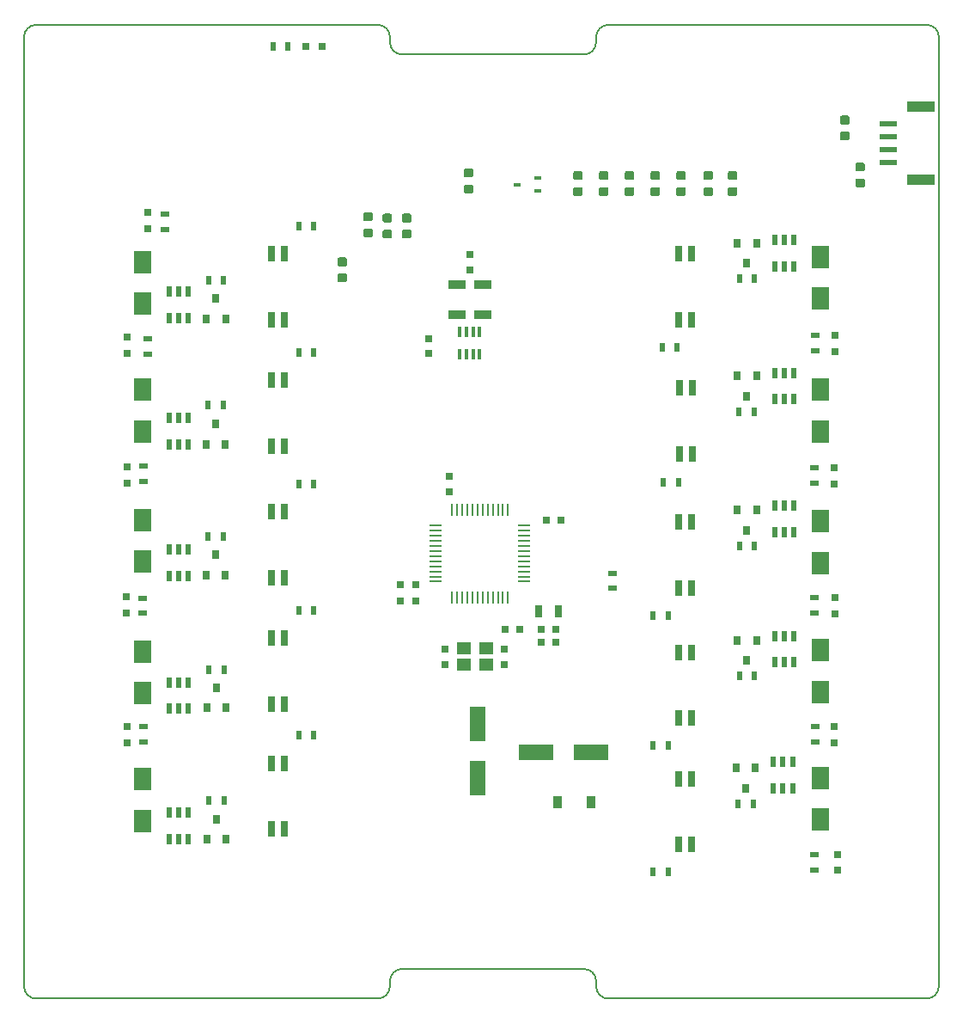
<source format=gbr>
%TF.GenerationSoftware,KiCad,Pcbnew,5.0.1*%
%TF.CreationDate,2019-04-07T10:09:51+02:00*%
%TF.ProjectId,OIBUS_MOSFET_driver_module,4F494255535F4D4F534645545F647269,rev?*%
%TF.SameCoordinates,Original*%
%TF.FileFunction,Paste,Top*%
%TF.FilePolarity,Positive*%
%FSLAX46Y46*%
G04 Gerber Fmt 4.6, Leading zero omitted, Abs format (unit mm)*
G04 Created by KiCad (PCBNEW 5.0.1) date Sun 07 Apr 2019 10:09:51 AM CEST*
%MOMM*%
%LPD*%
G01*
G04 APERTURE LIST*
%ADD10C,0.200000*%
%ADD11R,0.750000X0.800000*%
%ADD12R,1.400000X1.200000*%
%ADD13R,1.700000X2.250000*%
%ADD14R,3.500000X1.600000*%
%ADD15R,1.600000X3.500000*%
%ADD16R,0.800000X0.750000*%
%ADD17R,0.700000X0.450000*%
%ADD18R,0.900000X1.200000*%
%ADD19R,0.900000X0.500000*%
%ADD20R,0.700000X1.300000*%
%ADD21R,0.800000X0.800000*%
%ADD22R,0.500000X0.900000*%
%ADD23R,1.700000X0.900000*%
%ADD24R,0.550000X1.050000*%
%ADD25R,0.400000X1.060000*%
%ADD26R,0.250000X1.300000*%
%ADD27R,1.300000X0.250000*%
%ADD28C,0.150000*%
%ADD29C,0.875000*%
%ADD30R,0.650000X1.650000*%
%ADD31R,0.800000X0.900000*%
%ADD32R,2.800000X1.000000*%
%ADD33R,1.800000X0.600000*%
G04 APERTURE END LIST*
D10*
X138557000Y-44248000D02*
X138557000Y-137737999D01*
X138557000Y-137737999D02*
G75*
G02X137357000Y-138937999I-1200000J0D01*
G01*
X48387000Y-137738000D02*
X48387000Y-79629000D01*
X49587000Y-138938000D02*
G75*
G02X48387000Y-137738000I0J1200000D01*
G01*
X83257000Y-138937999D02*
X49587000Y-138938000D01*
X84457000Y-137737999D02*
G75*
G02X83257000Y-138937999I-1200000J0D01*
G01*
X84457000Y-137217999D02*
X84457000Y-137737999D01*
X84457000Y-137217999D02*
G75*
G02X85657000Y-136017999I1200000J0D01*
G01*
X103577000Y-136017999D02*
X85657000Y-136017999D01*
X105977000Y-138937999D02*
G75*
G02X104777000Y-137737999I0J1200000D01*
G01*
X137357000Y-138937999D02*
X105977000Y-138937999D01*
X103577000Y-136017999D02*
G75*
G02X104777000Y-137217999I0J-1200000D01*
G01*
X104777000Y-137737999D02*
X104777000Y-137217999D01*
X137357000Y-43048000D02*
G75*
G02X138557000Y-44248000I0J-1200000D01*
G01*
X105977000Y-43048000D02*
X137357000Y-43048000D01*
X104777000Y-44248000D02*
G75*
G02X105977000Y-43048000I1200000J0D01*
G01*
X104777000Y-44768035D02*
X104777000Y-44248000D01*
X104777000Y-44768035D02*
G75*
G02X103577000Y-45968035I-1200000J0D01*
G01*
X85657000Y-45968032D02*
X103577000Y-45968035D01*
X85657000Y-45968032D02*
G75*
G02X84457001Y-44768032I1J1200000D01*
G01*
X84457000Y-44248030D02*
X84457001Y-44768032D01*
X83257001Y-43048030D02*
G75*
G02X84457000Y-44248030I-1J-1200000D01*
G01*
X49587001Y-43048001D02*
X83257001Y-43048030D01*
X48387000Y-44248001D02*
G75*
G02X49587001Y-43048001I1200000J0D01*
G01*
X48386999Y-79658000D02*
X48387000Y-44248001D01*
D11*
X89916000Y-106033000D03*
X89916000Y-104533000D03*
D12*
X91737000Y-104483000D03*
X93937000Y-104483000D03*
X93937000Y-106083000D03*
X91737000Y-106083000D03*
D13*
X60071000Y-70503000D03*
X60071000Y-66403000D03*
D14*
X98900000Y-114681000D03*
X104300000Y-114681000D03*
D15*
X93091000Y-117254000D03*
X93091000Y-111854000D03*
D11*
X92329000Y-65671000D03*
X92329000Y-67171000D03*
X88265000Y-73926000D03*
X88265000Y-75426000D03*
X95758000Y-104533000D03*
X95758000Y-106033000D03*
D16*
X95770000Y-102616000D03*
X97270000Y-102616000D03*
X85483000Y-99822000D03*
X86983000Y-99822000D03*
D11*
X90297000Y-87515000D03*
X90297000Y-89015000D03*
D16*
X86983000Y-98171000D03*
X85483000Y-98171000D03*
X101334000Y-91821000D03*
X99834000Y-91821000D03*
X100826000Y-102539800D03*
X99326000Y-102539800D03*
X99326000Y-103886000D03*
X100826000Y-103886000D03*
D13*
X126873000Y-104630000D03*
X126873000Y-108730000D03*
X126873000Y-121303000D03*
X126873000Y-117203000D03*
X126873000Y-69995000D03*
X126873000Y-65895000D03*
X126873000Y-96030000D03*
X126873000Y-91930000D03*
X60071000Y-91803000D03*
X60071000Y-95903000D03*
X60071000Y-121430000D03*
X60071000Y-117330000D03*
X60071000Y-108857000D03*
X60071000Y-104757000D03*
D17*
X97018600Y-58775600D03*
X99018600Y-58125600D03*
X99018600Y-59425600D03*
D18*
X100966000Y-119634000D03*
X104266000Y-119634000D03*
D13*
X126873000Y-78976000D03*
X126873000Y-83076000D03*
X60071000Y-78976000D03*
X60071000Y-83076000D03*
D19*
X106426000Y-97040000D03*
X106426000Y-98540000D03*
D20*
X99126000Y-100838000D03*
X101026000Y-100838000D03*
D21*
X128270000Y-112128400D03*
X128270000Y-113728400D03*
X128574800Y-126326800D03*
X128574800Y-124726800D03*
X128320800Y-75196600D03*
X128320800Y-73596600D03*
X128295400Y-101053800D03*
X128295400Y-99453800D03*
X60604400Y-61557000D03*
X60604400Y-63157000D03*
X58572400Y-86601400D03*
X58572400Y-88201400D03*
X58547000Y-113728400D03*
X58547000Y-112128400D03*
X58470800Y-101003000D03*
X58470800Y-99403000D03*
X76162000Y-45212000D03*
X77762000Y-45212000D03*
X128270000Y-86677600D03*
X128270000Y-88277600D03*
X58521600Y-75425200D03*
X58521600Y-73825200D03*
D19*
X126339600Y-112153000D03*
X126339600Y-113653000D03*
D22*
X118884000Y-107188000D03*
X120384000Y-107188000D03*
D19*
X126288800Y-126302200D03*
X126288800Y-124802200D03*
D22*
X120257000Y-119761000D03*
X118757000Y-119761000D03*
D19*
X126415800Y-73646600D03*
X126415800Y-75146600D03*
D22*
X118884000Y-68072000D03*
X120384000Y-68072000D03*
D19*
X126263400Y-100978400D03*
X126263400Y-99478400D03*
D22*
X120384000Y-94361000D03*
X118884000Y-94361000D03*
D19*
X62280800Y-61683200D03*
X62280800Y-63183200D03*
D22*
X68060000Y-68199000D03*
X66560000Y-68199000D03*
D19*
X60198000Y-86524400D03*
X60198000Y-88024400D03*
D22*
X66540238Y-93452488D03*
X68040238Y-93452488D03*
D19*
X60198000Y-113653000D03*
X60198000Y-112153000D03*
D22*
X68122620Y-119456583D03*
X66622620Y-119456583D03*
D19*
X60121800Y-99503800D03*
X60121800Y-101003800D03*
D22*
X66598866Y-106530810D03*
X68098866Y-106530810D03*
X111875000Y-114046000D03*
X110375000Y-114046000D03*
X111875000Y-126492000D03*
X110375000Y-126492000D03*
X112764000Y-74803000D03*
X111264000Y-74803000D03*
X110375000Y-101219000D03*
X111875000Y-101219000D03*
X75450000Y-62865000D03*
X76950000Y-62865000D03*
X76950000Y-88265000D03*
X75450000Y-88265000D03*
X76950000Y-113030000D03*
X75450000Y-113030000D03*
X75450000Y-100711000D03*
X76950000Y-100711000D03*
D23*
X91059000Y-68654000D03*
X91059000Y-71554000D03*
X93599000Y-68654000D03*
X93599000Y-71554000D03*
D22*
X72910000Y-45212000D03*
X74410000Y-45212000D03*
D19*
X126288800Y-86702200D03*
X126288800Y-88202200D03*
X60553600Y-75476800D03*
X60553600Y-73976800D03*
D22*
X118872000Y-81153000D03*
X120372000Y-81153000D03*
X68037985Y-80439617D03*
X66537985Y-80439617D03*
X111391000Y-88138000D03*
X112891000Y-88138000D03*
X75450000Y-75311000D03*
X76950000Y-75311000D03*
D24*
X124267000Y-105821000D03*
X123317000Y-105821000D03*
X122367000Y-105821000D03*
X122367000Y-103221000D03*
X123317000Y-103221000D03*
X124267000Y-103221000D03*
X124140000Y-115637000D03*
X123190000Y-115637000D03*
X122240000Y-115637000D03*
X122240000Y-118237000D03*
X123190000Y-118237000D03*
X124140000Y-118237000D03*
X124267000Y-64232000D03*
X123317000Y-64232000D03*
X122367000Y-64232000D03*
X122367000Y-66832000D03*
X123317000Y-66832000D03*
X124267000Y-66832000D03*
X124267000Y-92994000D03*
X123317000Y-92994000D03*
X122367000Y-92994000D03*
X122367000Y-90394000D03*
X123317000Y-90394000D03*
X124267000Y-90394000D03*
X62677000Y-69312000D03*
X63627000Y-69312000D03*
X64577000Y-69312000D03*
X64577000Y-71912000D03*
X63627000Y-71912000D03*
X62677000Y-71912000D03*
X62677000Y-97312000D03*
X63627000Y-97312000D03*
X64577000Y-97312000D03*
X64577000Y-94712000D03*
X63627000Y-94712000D03*
X62677000Y-94712000D03*
X62677000Y-123220000D03*
X63627000Y-123220000D03*
X64577000Y-123220000D03*
X64577000Y-120620000D03*
X63627000Y-120620000D03*
X62677000Y-120620000D03*
X62677000Y-107793000D03*
X63627000Y-107793000D03*
X64577000Y-107793000D03*
X64577000Y-110393000D03*
X63627000Y-110393000D03*
X62677000Y-110393000D03*
X124267000Y-77313000D03*
X123317000Y-77313000D03*
X122367000Y-77313000D03*
X122367000Y-79913000D03*
X123317000Y-79913000D03*
X124267000Y-79913000D03*
X62677000Y-81758000D03*
X63627000Y-81758000D03*
X64577000Y-81758000D03*
X64577000Y-84358000D03*
X63627000Y-84358000D03*
X62677000Y-84358000D03*
D25*
X91349000Y-73322000D03*
X91999000Y-73322000D03*
X92659000Y-73322000D03*
X93309000Y-73322000D03*
X93309000Y-75522000D03*
X92659000Y-75522000D03*
X91999000Y-75522000D03*
X91349000Y-75522000D03*
D26*
X90595000Y-99473000D03*
X91095000Y-99473000D03*
X91595000Y-99473000D03*
X92095000Y-99473000D03*
X92595000Y-99473000D03*
X93095000Y-99473000D03*
X93595000Y-99473000D03*
X94095000Y-99473000D03*
X94595000Y-99473000D03*
X95095000Y-99473000D03*
X95595000Y-99473000D03*
X96095000Y-99473000D03*
D27*
X97695000Y-97873000D03*
X97695000Y-97373000D03*
X97695000Y-96873000D03*
X97695000Y-96373000D03*
X97695000Y-95873000D03*
X97695000Y-95373000D03*
X97695000Y-94873000D03*
X97695000Y-94373000D03*
X97695000Y-93873000D03*
X97695000Y-93373000D03*
X97695000Y-92873000D03*
X97695000Y-92373000D03*
D26*
X96095000Y-90773000D03*
X95595000Y-90773000D03*
X95095000Y-90773000D03*
X94595000Y-90773000D03*
X94095000Y-90773000D03*
X93595000Y-90773000D03*
X93095000Y-90773000D03*
X92595000Y-90773000D03*
X92095000Y-90773000D03*
X91595000Y-90773000D03*
X91095000Y-90773000D03*
X90595000Y-90773000D03*
D27*
X88995000Y-92373000D03*
X88995000Y-92873000D03*
X88995000Y-93373000D03*
X88995000Y-93873000D03*
X88995000Y-94373000D03*
X88995000Y-94873000D03*
X88995000Y-95373000D03*
X88995000Y-95873000D03*
X88995000Y-96373000D03*
X88995000Y-96873000D03*
X88995000Y-97373000D03*
X88995000Y-97873000D03*
D28*
G36*
X129563691Y-53564053D02*
X129584926Y-53567203D01*
X129605750Y-53572419D01*
X129625962Y-53579651D01*
X129645368Y-53588830D01*
X129663781Y-53599866D01*
X129681024Y-53612654D01*
X129696930Y-53627070D01*
X129711346Y-53642976D01*
X129724134Y-53660219D01*
X129735170Y-53678632D01*
X129744349Y-53698038D01*
X129751581Y-53718250D01*
X129756797Y-53739074D01*
X129759947Y-53760309D01*
X129761000Y-53781750D01*
X129761000Y-54219250D01*
X129759947Y-54240691D01*
X129756797Y-54261926D01*
X129751581Y-54282750D01*
X129744349Y-54302962D01*
X129735170Y-54322368D01*
X129724134Y-54340781D01*
X129711346Y-54358024D01*
X129696930Y-54373930D01*
X129681024Y-54388346D01*
X129663781Y-54401134D01*
X129645368Y-54412170D01*
X129625962Y-54421349D01*
X129605750Y-54428581D01*
X129584926Y-54433797D01*
X129563691Y-54436947D01*
X129542250Y-54438000D01*
X129029750Y-54438000D01*
X129008309Y-54436947D01*
X128987074Y-54433797D01*
X128966250Y-54428581D01*
X128946038Y-54421349D01*
X128926632Y-54412170D01*
X128908219Y-54401134D01*
X128890976Y-54388346D01*
X128875070Y-54373930D01*
X128860654Y-54358024D01*
X128847866Y-54340781D01*
X128836830Y-54322368D01*
X128827651Y-54302962D01*
X128820419Y-54282750D01*
X128815203Y-54261926D01*
X128812053Y-54240691D01*
X128811000Y-54219250D01*
X128811000Y-53781750D01*
X128812053Y-53760309D01*
X128815203Y-53739074D01*
X128820419Y-53718250D01*
X128827651Y-53698038D01*
X128836830Y-53678632D01*
X128847866Y-53660219D01*
X128860654Y-53642976D01*
X128875070Y-53627070D01*
X128890976Y-53612654D01*
X128908219Y-53599866D01*
X128926632Y-53588830D01*
X128946038Y-53579651D01*
X128966250Y-53572419D01*
X128987074Y-53567203D01*
X129008309Y-53564053D01*
X129029750Y-53563000D01*
X129542250Y-53563000D01*
X129563691Y-53564053D01*
X129563691Y-53564053D01*
G37*
D29*
X129286000Y-54000500D03*
D28*
G36*
X129563691Y-51989053D02*
X129584926Y-51992203D01*
X129605750Y-51997419D01*
X129625962Y-52004651D01*
X129645368Y-52013830D01*
X129663781Y-52024866D01*
X129681024Y-52037654D01*
X129696930Y-52052070D01*
X129711346Y-52067976D01*
X129724134Y-52085219D01*
X129735170Y-52103632D01*
X129744349Y-52123038D01*
X129751581Y-52143250D01*
X129756797Y-52164074D01*
X129759947Y-52185309D01*
X129761000Y-52206750D01*
X129761000Y-52644250D01*
X129759947Y-52665691D01*
X129756797Y-52686926D01*
X129751581Y-52707750D01*
X129744349Y-52727962D01*
X129735170Y-52747368D01*
X129724134Y-52765781D01*
X129711346Y-52783024D01*
X129696930Y-52798930D01*
X129681024Y-52813346D01*
X129663781Y-52826134D01*
X129645368Y-52837170D01*
X129625962Y-52846349D01*
X129605750Y-52853581D01*
X129584926Y-52858797D01*
X129563691Y-52861947D01*
X129542250Y-52863000D01*
X129029750Y-52863000D01*
X129008309Y-52861947D01*
X128987074Y-52858797D01*
X128966250Y-52853581D01*
X128946038Y-52846349D01*
X128926632Y-52837170D01*
X128908219Y-52826134D01*
X128890976Y-52813346D01*
X128875070Y-52798930D01*
X128860654Y-52783024D01*
X128847866Y-52765781D01*
X128836830Y-52747368D01*
X128827651Y-52727962D01*
X128820419Y-52707750D01*
X128815203Y-52686926D01*
X128812053Y-52665691D01*
X128811000Y-52644250D01*
X128811000Y-52206750D01*
X128812053Y-52185309D01*
X128815203Y-52164074D01*
X128820419Y-52143250D01*
X128827651Y-52123038D01*
X128836830Y-52103632D01*
X128847866Y-52085219D01*
X128860654Y-52067976D01*
X128875070Y-52052070D01*
X128890976Y-52037654D01*
X128908219Y-52024866D01*
X128926632Y-52013830D01*
X128946038Y-52004651D01*
X128966250Y-51997419D01*
X128987074Y-51992203D01*
X129008309Y-51989053D01*
X129029750Y-51988000D01*
X129542250Y-51988000D01*
X129563691Y-51989053D01*
X129563691Y-51989053D01*
G37*
D29*
X129286000Y-52425500D03*
D28*
G36*
X82573691Y-61514053D02*
X82594926Y-61517203D01*
X82615750Y-61522419D01*
X82635962Y-61529651D01*
X82655368Y-61538830D01*
X82673781Y-61549866D01*
X82691024Y-61562654D01*
X82706930Y-61577070D01*
X82721346Y-61592976D01*
X82734134Y-61610219D01*
X82745170Y-61628632D01*
X82754349Y-61648038D01*
X82761581Y-61668250D01*
X82766797Y-61689074D01*
X82769947Y-61710309D01*
X82771000Y-61731750D01*
X82771000Y-62169250D01*
X82769947Y-62190691D01*
X82766797Y-62211926D01*
X82761581Y-62232750D01*
X82754349Y-62252962D01*
X82745170Y-62272368D01*
X82734134Y-62290781D01*
X82721346Y-62308024D01*
X82706930Y-62323930D01*
X82691024Y-62338346D01*
X82673781Y-62351134D01*
X82655368Y-62362170D01*
X82635962Y-62371349D01*
X82615750Y-62378581D01*
X82594926Y-62383797D01*
X82573691Y-62386947D01*
X82552250Y-62388000D01*
X82039750Y-62388000D01*
X82018309Y-62386947D01*
X81997074Y-62383797D01*
X81976250Y-62378581D01*
X81956038Y-62371349D01*
X81936632Y-62362170D01*
X81918219Y-62351134D01*
X81900976Y-62338346D01*
X81885070Y-62323930D01*
X81870654Y-62308024D01*
X81857866Y-62290781D01*
X81846830Y-62272368D01*
X81837651Y-62252962D01*
X81830419Y-62232750D01*
X81825203Y-62211926D01*
X81822053Y-62190691D01*
X81821000Y-62169250D01*
X81821000Y-61731750D01*
X81822053Y-61710309D01*
X81825203Y-61689074D01*
X81830419Y-61668250D01*
X81837651Y-61648038D01*
X81846830Y-61628632D01*
X81857866Y-61610219D01*
X81870654Y-61592976D01*
X81885070Y-61577070D01*
X81900976Y-61562654D01*
X81918219Y-61549866D01*
X81936632Y-61538830D01*
X81956038Y-61529651D01*
X81976250Y-61522419D01*
X81997074Y-61517203D01*
X82018309Y-61514053D01*
X82039750Y-61513000D01*
X82552250Y-61513000D01*
X82573691Y-61514053D01*
X82573691Y-61514053D01*
G37*
D29*
X82296000Y-61950500D03*
D28*
G36*
X82573691Y-63089053D02*
X82594926Y-63092203D01*
X82615750Y-63097419D01*
X82635962Y-63104651D01*
X82655368Y-63113830D01*
X82673781Y-63124866D01*
X82691024Y-63137654D01*
X82706930Y-63152070D01*
X82721346Y-63167976D01*
X82734134Y-63185219D01*
X82745170Y-63203632D01*
X82754349Y-63223038D01*
X82761581Y-63243250D01*
X82766797Y-63264074D01*
X82769947Y-63285309D01*
X82771000Y-63306750D01*
X82771000Y-63744250D01*
X82769947Y-63765691D01*
X82766797Y-63786926D01*
X82761581Y-63807750D01*
X82754349Y-63827962D01*
X82745170Y-63847368D01*
X82734134Y-63865781D01*
X82721346Y-63883024D01*
X82706930Y-63898930D01*
X82691024Y-63913346D01*
X82673781Y-63926134D01*
X82655368Y-63937170D01*
X82635962Y-63946349D01*
X82615750Y-63953581D01*
X82594926Y-63958797D01*
X82573691Y-63961947D01*
X82552250Y-63963000D01*
X82039750Y-63963000D01*
X82018309Y-63961947D01*
X81997074Y-63958797D01*
X81976250Y-63953581D01*
X81956038Y-63946349D01*
X81936632Y-63937170D01*
X81918219Y-63926134D01*
X81900976Y-63913346D01*
X81885070Y-63898930D01*
X81870654Y-63883024D01*
X81857866Y-63865781D01*
X81846830Y-63847368D01*
X81837651Y-63827962D01*
X81830419Y-63807750D01*
X81825203Y-63786926D01*
X81822053Y-63765691D01*
X81821000Y-63744250D01*
X81821000Y-63306750D01*
X81822053Y-63285309D01*
X81825203Y-63264074D01*
X81830419Y-63243250D01*
X81837651Y-63223038D01*
X81846830Y-63203632D01*
X81857866Y-63185219D01*
X81870654Y-63167976D01*
X81885070Y-63152070D01*
X81900976Y-63137654D01*
X81918219Y-63124866D01*
X81936632Y-63113830D01*
X81956038Y-63104651D01*
X81976250Y-63097419D01*
X81997074Y-63092203D01*
X82018309Y-63089053D01*
X82039750Y-63088000D01*
X82552250Y-63088000D01*
X82573691Y-63089053D01*
X82573691Y-63089053D01*
G37*
D29*
X82296000Y-63525500D03*
D28*
G36*
X80033691Y-67534053D02*
X80054926Y-67537203D01*
X80075750Y-67542419D01*
X80095962Y-67549651D01*
X80115368Y-67558830D01*
X80133781Y-67569866D01*
X80151024Y-67582654D01*
X80166930Y-67597070D01*
X80181346Y-67612976D01*
X80194134Y-67630219D01*
X80205170Y-67648632D01*
X80214349Y-67668038D01*
X80221581Y-67688250D01*
X80226797Y-67709074D01*
X80229947Y-67730309D01*
X80231000Y-67751750D01*
X80231000Y-68189250D01*
X80229947Y-68210691D01*
X80226797Y-68231926D01*
X80221581Y-68252750D01*
X80214349Y-68272962D01*
X80205170Y-68292368D01*
X80194134Y-68310781D01*
X80181346Y-68328024D01*
X80166930Y-68343930D01*
X80151024Y-68358346D01*
X80133781Y-68371134D01*
X80115368Y-68382170D01*
X80095962Y-68391349D01*
X80075750Y-68398581D01*
X80054926Y-68403797D01*
X80033691Y-68406947D01*
X80012250Y-68408000D01*
X79499750Y-68408000D01*
X79478309Y-68406947D01*
X79457074Y-68403797D01*
X79436250Y-68398581D01*
X79416038Y-68391349D01*
X79396632Y-68382170D01*
X79378219Y-68371134D01*
X79360976Y-68358346D01*
X79345070Y-68343930D01*
X79330654Y-68328024D01*
X79317866Y-68310781D01*
X79306830Y-68292368D01*
X79297651Y-68272962D01*
X79290419Y-68252750D01*
X79285203Y-68231926D01*
X79282053Y-68210691D01*
X79281000Y-68189250D01*
X79281000Y-67751750D01*
X79282053Y-67730309D01*
X79285203Y-67709074D01*
X79290419Y-67688250D01*
X79297651Y-67668038D01*
X79306830Y-67648632D01*
X79317866Y-67630219D01*
X79330654Y-67612976D01*
X79345070Y-67597070D01*
X79360976Y-67582654D01*
X79378219Y-67569866D01*
X79396632Y-67558830D01*
X79416038Y-67549651D01*
X79436250Y-67542419D01*
X79457074Y-67537203D01*
X79478309Y-67534053D01*
X79499750Y-67533000D01*
X80012250Y-67533000D01*
X80033691Y-67534053D01*
X80033691Y-67534053D01*
G37*
D29*
X79756000Y-67970500D03*
D28*
G36*
X80033691Y-65959053D02*
X80054926Y-65962203D01*
X80075750Y-65967419D01*
X80095962Y-65974651D01*
X80115368Y-65983830D01*
X80133781Y-65994866D01*
X80151024Y-66007654D01*
X80166930Y-66022070D01*
X80181346Y-66037976D01*
X80194134Y-66055219D01*
X80205170Y-66073632D01*
X80214349Y-66093038D01*
X80221581Y-66113250D01*
X80226797Y-66134074D01*
X80229947Y-66155309D01*
X80231000Y-66176750D01*
X80231000Y-66614250D01*
X80229947Y-66635691D01*
X80226797Y-66656926D01*
X80221581Y-66677750D01*
X80214349Y-66697962D01*
X80205170Y-66717368D01*
X80194134Y-66735781D01*
X80181346Y-66753024D01*
X80166930Y-66768930D01*
X80151024Y-66783346D01*
X80133781Y-66796134D01*
X80115368Y-66807170D01*
X80095962Y-66816349D01*
X80075750Y-66823581D01*
X80054926Y-66828797D01*
X80033691Y-66831947D01*
X80012250Y-66833000D01*
X79499750Y-66833000D01*
X79478309Y-66831947D01*
X79457074Y-66828797D01*
X79436250Y-66823581D01*
X79416038Y-66816349D01*
X79396632Y-66807170D01*
X79378219Y-66796134D01*
X79360976Y-66783346D01*
X79345070Y-66768930D01*
X79330654Y-66753024D01*
X79317866Y-66735781D01*
X79306830Y-66717368D01*
X79297651Y-66697962D01*
X79290419Y-66677750D01*
X79285203Y-66656926D01*
X79282053Y-66635691D01*
X79281000Y-66614250D01*
X79281000Y-66176750D01*
X79282053Y-66155309D01*
X79285203Y-66134074D01*
X79290419Y-66113250D01*
X79297651Y-66093038D01*
X79306830Y-66073632D01*
X79317866Y-66055219D01*
X79330654Y-66037976D01*
X79345070Y-66022070D01*
X79360976Y-66007654D01*
X79378219Y-65994866D01*
X79396632Y-65983830D01*
X79416038Y-65974651D01*
X79436250Y-65967419D01*
X79457074Y-65962203D01*
X79478309Y-65959053D01*
X79499750Y-65958000D01*
X80012250Y-65958000D01*
X80033691Y-65959053D01*
X80033691Y-65959053D01*
G37*
D29*
X79756000Y-66395500D03*
D28*
G36*
X84478691Y-61641053D02*
X84499926Y-61644203D01*
X84520750Y-61649419D01*
X84540962Y-61656651D01*
X84560368Y-61665830D01*
X84578781Y-61676866D01*
X84596024Y-61689654D01*
X84611930Y-61704070D01*
X84626346Y-61719976D01*
X84639134Y-61737219D01*
X84650170Y-61755632D01*
X84659349Y-61775038D01*
X84666581Y-61795250D01*
X84671797Y-61816074D01*
X84674947Y-61837309D01*
X84676000Y-61858750D01*
X84676000Y-62296250D01*
X84674947Y-62317691D01*
X84671797Y-62338926D01*
X84666581Y-62359750D01*
X84659349Y-62379962D01*
X84650170Y-62399368D01*
X84639134Y-62417781D01*
X84626346Y-62435024D01*
X84611930Y-62450930D01*
X84596024Y-62465346D01*
X84578781Y-62478134D01*
X84560368Y-62489170D01*
X84540962Y-62498349D01*
X84520750Y-62505581D01*
X84499926Y-62510797D01*
X84478691Y-62513947D01*
X84457250Y-62515000D01*
X83944750Y-62515000D01*
X83923309Y-62513947D01*
X83902074Y-62510797D01*
X83881250Y-62505581D01*
X83861038Y-62498349D01*
X83841632Y-62489170D01*
X83823219Y-62478134D01*
X83805976Y-62465346D01*
X83790070Y-62450930D01*
X83775654Y-62435024D01*
X83762866Y-62417781D01*
X83751830Y-62399368D01*
X83742651Y-62379962D01*
X83735419Y-62359750D01*
X83730203Y-62338926D01*
X83727053Y-62317691D01*
X83726000Y-62296250D01*
X83726000Y-61858750D01*
X83727053Y-61837309D01*
X83730203Y-61816074D01*
X83735419Y-61795250D01*
X83742651Y-61775038D01*
X83751830Y-61755632D01*
X83762866Y-61737219D01*
X83775654Y-61719976D01*
X83790070Y-61704070D01*
X83805976Y-61689654D01*
X83823219Y-61676866D01*
X83841632Y-61665830D01*
X83861038Y-61656651D01*
X83881250Y-61649419D01*
X83902074Y-61644203D01*
X83923309Y-61641053D01*
X83944750Y-61640000D01*
X84457250Y-61640000D01*
X84478691Y-61641053D01*
X84478691Y-61641053D01*
G37*
D29*
X84201000Y-62077500D03*
D28*
G36*
X84478691Y-63216053D02*
X84499926Y-63219203D01*
X84520750Y-63224419D01*
X84540962Y-63231651D01*
X84560368Y-63240830D01*
X84578781Y-63251866D01*
X84596024Y-63264654D01*
X84611930Y-63279070D01*
X84626346Y-63294976D01*
X84639134Y-63312219D01*
X84650170Y-63330632D01*
X84659349Y-63350038D01*
X84666581Y-63370250D01*
X84671797Y-63391074D01*
X84674947Y-63412309D01*
X84676000Y-63433750D01*
X84676000Y-63871250D01*
X84674947Y-63892691D01*
X84671797Y-63913926D01*
X84666581Y-63934750D01*
X84659349Y-63954962D01*
X84650170Y-63974368D01*
X84639134Y-63992781D01*
X84626346Y-64010024D01*
X84611930Y-64025930D01*
X84596024Y-64040346D01*
X84578781Y-64053134D01*
X84560368Y-64064170D01*
X84540962Y-64073349D01*
X84520750Y-64080581D01*
X84499926Y-64085797D01*
X84478691Y-64088947D01*
X84457250Y-64090000D01*
X83944750Y-64090000D01*
X83923309Y-64088947D01*
X83902074Y-64085797D01*
X83881250Y-64080581D01*
X83861038Y-64073349D01*
X83841632Y-64064170D01*
X83823219Y-64053134D01*
X83805976Y-64040346D01*
X83790070Y-64025930D01*
X83775654Y-64010024D01*
X83762866Y-63992781D01*
X83751830Y-63974368D01*
X83742651Y-63954962D01*
X83735419Y-63934750D01*
X83730203Y-63913926D01*
X83727053Y-63892691D01*
X83726000Y-63871250D01*
X83726000Y-63433750D01*
X83727053Y-63412309D01*
X83730203Y-63391074D01*
X83735419Y-63370250D01*
X83742651Y-63350038D01*
X83751830Y-63330632D01*
X83762866Y-63312219D01*
X83775654Y-63294976D01*
X83790070Y-63279070D01*
X83805976Y-63264654D01*
X83823219Y-63251866D01*
X83841632Y-63240830D01*
X83861038Y-63231651D01*
X83881250Y-63224419D01*
X83902074Y-63219203D01*
X83923309Y-63216053D01*
X83944750Y-63215000D01*
X84457250Y-63215000D01*
X84478691Y-63216053D01*
X84478691Y-63216053D01*
G37*
D29*
X84201000Y-63652500D03*
D28*
G36*
X86383691Y-63216053D02*
X86404926Y-63219203D01*
X86425750Y-63224419D01*
X86445962Y-63231651D01*
X86465368Y-63240830D01*
X86483781Y-63251866D01*
X86501024Y-63264654D01*
X86516930Y-63279070D01*
X86531346Y-63294976D01*
X86544134Y-63312219D01*
X86555170Y-63330632D01*
X86564349Y-63350038D01*
X86571581Y-63370250D01*
X86576797Y-63391074D01*
X86579947Y-63412309D01*
X86581000Y-63433750D01*
X86581000Y-63871250D01*
X86579947Y-63892691D01*
X86576797Y-63913926D01*
X86571581Y-63934750D01*
X86564349Y-63954962D01*
X86555170Y-63974368D01*
X86544134Y-63992781D01*
X86531346Y-64010024D01*
X86516930Y-64025930D01*
X86501024Y-64040346D01*
X86483781Y-64053134D01*
X86465368Y-64064170D01*
X86445962Y-64073349D01*
X86425750Y-64080581D01*
X86404926Y-64085797D01*
X86383691Y-64088947D01*
X86362250Y-64090000D01*
X85849750Y-64090000D01*
X85828309Y-64088947D01*
X85807074Y-64085797D01*
X85786250Y-64080581D01*
X85766038Y-64073349D01*
X85746632Y-64064170D01*
X85728219Y-64053134D01*
X85710976Y-64040346D01*
X85695070Y-64025930D01*
X85680654Y-64010024D01*
X85667866Y-63992781D01*
X85656830Y-63974368D01*
X85647651Y-63954962D01*
X85640419Y-63934750D01*
X85635203Y-63913926D01*
X85632053Y-63892691D01*
X85631000Y-63871250D01*
X85631000Y-63433750D01*
X85632053Y-63412309D01*
X85635203Y-63391074D01*
X85640419Y-63370250D01*
X85647651Y-63350038D01*
X85656830Y-63330632D01*
X85667866Y-63312219D01*
X85680654Y-63294976D01*
X85695070Y-63279070D01*
X85710976Y-63264654D01*
X85728219Y-63251866D01*
X85746632Y-63240830D01*
X85766038Y-63231651D01*
X85786250Y-63224419D01*
X85807074Y-63219203D01*
X85828309Y-63216053D01*
X85849750Y-63215000D01*
X86362250Y-63215000D01*
X86383691Y-63216053D01*
X86383691Y-63216053D01*
G37*
D29*
X86106000Y-63652500D03*
D28*
G36*
X86383691Y-61641053D02*
X86404926Y-61644203D01*
X86425750Y-61649419D01*
X86445962Y-61656651D01*
X86465368Y-61665830D01*
X86483781Y-61676866D01*
X86501024Y-61689654D01*
X86516930Y-61704070D01*
X86531346Y-61719976D01*
X86544134Y-61737219D01*
X86555170Y-61755632D01*
X86564349Y-61775038D01*
X86571581Y-61795250D01*
X86576797Y-61816074D01*
X86579947Y-61837309D01*
X86581000Y-61858750D01*
X86581000Y-62296250D01*
X86579947Y-62317691D01*
X86576797Y-62338926D01*
X86571581Y-62359750D01*
X86564349Y-62379962D01*
X86555170Y-62399368D01*
X86544134Y-62417781D01*
X86531346Y-62435024D01*
X86516930Y-62450930D01*
X86501024Y-62465346D01*
X86483781Y-62478134D01*
X86465368Y-62489170D01*
X86445962Y-62498349D01*
X86425750Y-62505581D01*
X86404926Y-62510797D01*
X86383691Y-62513947D01*
X86362250Y-62515000D01*
X85849750Y-62515000D01*
X85828309Y-62513947D01*
X85807074Y-62510797D01*
X85786250Y-62505581D01*
X85766038Y-62498349D01*
X85746632Y-62489170D01*
X85728219Y-62478134D01*
X85710976Y-62465346D01*
X85695070Y-62450930D01*
X85680654Y-62435024D01*
X85667866Y-62417781D01*
X85656830Y-62399368D01*
X85647651Y-62379962D01*
X85640419Y-62359750D01*
X85635203Y-62338926D01*
X85632053Y-62317691D01*
X85631000Y-62296250D01*
X85631000Y-61858750D01*
X85632053Y-61837309D01*
X85635203Y-61816074D01*
X85640419Y-61795250D01*
X85647651Y-61775038D01*
X85656830Y-61755632D01*
X85667866Y-61737219D01*
X85680654Y-61719976D01*
X85695070Y-61704070D01*
X85710976Y-61689654D01*
X85728219Y-61676866D01*
X85746632Y-61665830D01*
X85766038Y-61656651D01*
X85786250Y-61649419D01*
X85807074Y-61644203D01*
X85828309Y-61641053D01*
X85849750Y-61640000D01*
X86362250Y-61640000D01*
X86383691Y-61641053D01*
X86383691Y-61641053D01*
G37*
D29*
X86106000Y-62077500D03*
D28*
G36*
X103274691Y-57450053D02*
X103295926Y-57453203D01*
X103316750Y-57458419D01*
X103336962Y-57465651D01*
X103356368Y-57474830D01*
X103374781Y-57485866D01*
X103392024Y-57498654D01*
X103407930Y-57513070D01*
X103422346Y-57528976D01*
X103435134Y-57546219D01*
X103446170Y-57564632D01*
X103455349Y-57584038D01*
X103462581Y-57604250D01*
X103467797Y-57625074D01*
X103470947Y-57646309D01*
X103472000Y-57667750D01*
X103472000Y-58105250D01*
X103470947Y-58126691D01*
X103467797Y-58147926D01*
X103462581Y-58168750D01*
X103455349Y-58188962D01*
X103446170Y-58208368D01*
X103435134Y-58226781D01*
X103422346Y-58244024D01*
X103407930Y-58259930D01*
X103392024Y-58274346D01*
X103374781Y-58287134D01*
X103356368Y-58298170D01*
X103336962Y-58307349D01*
X103316750Y-58314581D01*
X103295926Y-58319797D01*
X103274691Y-58322947D01*
X103253250Y-58324000D01*
X102740750Y-58324000D01*
X102719309Y-58322947D01*
X102698074Y-58319797D01*
X102677250Y-58314581D01*
X102657038Y-58307349D01*
X102637632Y-58298170D01*
X102619219Y-58287134D01*
X102601976Y-58274346D01*
X102586070Y-58259930D01*
X102571654Y-58244024D01*
X102558866Y-58226781D01*
X102547830Y-58208368D01*
X102538651Y-58188962D01*
X102531419Y-58168750D01*
X102526203Y-58147926D01*
X102523053Y-58126691D01*
X102522000Y-58105250D01*
X102522000Y-57667750D01*
X102523053Y-57646309D01*
X102526203Y-57625074D01*
X102531419Y-57604250D01*
X102538651Y-57584038D01*
X102547830Y-57564632D01*
X102558866Y-57546219D01*
X102571654Y-57528976D01*
X102586070Y-57513070D01*
X102601976Y-57498654D01*
X102619219Y-57485866D01*
X102637632Y-57474830D01*
X102657038Y-57465651D01*
X102677250Y-57458419D01*
X102698074Y-57453203D01*
X102719309Y-57450053D01*
X102740750Y-57449000D01*
X103253250Y-57449000D01*
X103274691Y-57450053D01*
X103274691Y-57450053D01*
G37*
D29*
X102997000Y-57886500D03*
D28*
G36*
X103274691Y-59025053D02*
X103295926Y-59028203D01*
X103316750Y-59033419D01*
X103336962Y-59040651D01*
X103356368Y-59049830D01*
X103374781Y-59060866D01*
X103392024Y-59073654D01*
X103407930Y-59088070D01*
X103422346Y-59103976D01*
X103435134Y-59121219D01*
X103446170Y-59139632D01*
X103455349Y-59159038D01*
X103462581Y-59179250D01*
X103467797Y-59200074D01*
X103470947Y-59221309D01*
X103472000Y-59242750D01*
X103472000Y-59680250D01*
X103470947Y-59701691D01*
X103467797Y-59722926D01*
X103462581Y-59743750D01*
X103455349Y-59763962D01*
X103446170Y-59783368D01*
X103435134Y-59801781D01*
X103422346Y-59819024D01*
X103407930Y-59834930D01*
X103392024Y-59849346D01*
X103374781Y-59862134D01*
X103356368Y-59873170D01*
X103336962Y-59882349D01*
X103316750Y-59889581D01*
X103295926Y-59894797D01*
X103274691Y-59897947D01*
X103253250Y-59899000D01*
X102740750Y-59899000D01*
X102719309Y-59897947D01*
X102698074Y-59894797D01*
X102677250Y-59889581D01*
X102657038Y-59882349D01*
X102637632Y-59873170D01*
X102619219Y-59862134D01*
X102601976Y-59849346D01*
X102586070Y-59834930D01*
X102571654Y-59819024D01*
X102558866Y-59801781D01*
X102547830Y-59783368D01*
X102538651Y-59763962D01*
X102531419Y-59743750D01*
X102526203Y-59722926D01*
X102523053Y-59701691D01*
X102522000Y-59680250D01*
X102522000Y-59242750D01*
X102523053Y-59221309D01*
X102526203Y-59200074D01*
X102531419Y-59179250D01*
X102538651Y-59159038D01*
X102547830Y-59139632D01*
X102558866Y-59121219D01*
X102571654Y-59103976D01*
X102586070Y-59088070D01*
X102601976Y-59073654D01*
X102619219Y-59060866D01*
X102637632Y-59049830D01*
X102657038Y-59040651D01*
X102677250Y-59033419D01*
X102698074Y-59028203D01*
X102719309Y-59025053D01*
X102740750Y-59024000D01*
X103253250Y-59024000D01*
X103274691Y-59025053D01*
X103274691Y-59025053D01*
G37*
D29*
X102997000Y-59461500D03*
D28*
G36*
X105814691Y-59025053D02*
X105835926Y-59028203D01*
X105856750Y-59033419D01*
X105876962Y-59040651D01*
X105896368Y-59049830D01*
X105914781Y-59060866D01*
X105932024Y-59073654D01*
X105947930Y-59088070D01*
X105962346Y-59103976D01*
X105975134Y-59121219D01*
X105986170Y-59139632D01*
X105995349Y-59159038D01*
X106002581Y-59179250D01*
X106007797Y-59200074D01*
X106010947Y-59221309D01*
X106012000Y-59242750D01*
X106012000Y-59680250D01*
X106010947Y-59701691D01*
X106007797Y-59722926D01*
X106002581Y-59743750D01*
X105995349Y-59763962D01*
X105986170Y-59783368D01*
X105975134Y-59801781D01*
X105962346Y-59819024D01*
X105947930Y-59834930D01*
X105932024Y-59849346D01*
X105914781Y-59862134D01*
X105896368Y-59873170D01*
X105876962Y-59882349D01*
X105856750Y-59889581D01*
X105835926Y-59894797D01*
X105814691Y-59897947D01*
X105793250Y-59899000D01*
X105280750Y-59899000D01*
X105259309Y-59897947D01*
X105238074Y-59894797D01*
X105217250Y-59889581D01*
X105197038Y-59882349D01*
X105177632Y-59873170D01*
X105159219Y-59862134D01*
X105141976Y-59849346D01*
X105126070Y-59834930D01*
X105111654Y-59819024D01*
X105098866Y-59801781D01*
X105087830Y-59783368D01*
X105078651Y-59763962D01*
X105071419Y-59743750D01*
X105066203Y-59722926D01*
X105063053Y-59701691D01*
X105062000Y-59680250D01*
X105062000Y-59242750D01*
X105063053Y-59221309D01*
X105066203Y-59200074D01*
X105071419Y-59179250D01*
X105078651Y-59159038D01*
X105087830Y-59139632D01*
X105098866Y-59121219D01*
X105111654Y-59103976D01*
X105126070Y-59088070D01*
X105141976Y-59073654D01*
X105159219Y-59060866D01*
X105177632Y-59049830D01*
X105197038Y-59040651D01*
X105217250Y-59033419D01*
X105238074Y-59028203D01*
X105259309Y-59025053D01*
X105280750Y-59024000D01*
X105793250Y-59024000D01*
X105814691Y-59025053D01*
X105814691Y-59025053D01*
G37*
D29*
X105537000Y-59461500D03*
D28*
G36*
X105814691Y-57450053D02*
X105835926Y-57453203D01*
X105856750Y-57458419D01*
X105876962Y-57465651D01*
X105896368Y-57474830D01*
X105914781Y-57485866D01*
X105932024Y-57498654D01*
X105947930Y-57513070D01*
X105962346Y-57528976D01*
X105975134Y-57546219D01*
X105986170Y-57564632D01*
X105995349Y-57584038D01*
X106002581Y-57604250D01*
X106007797Y-57625074D01*
X106010947Y-57646309D01*
X106012000Y-57667750D01*
X106012000Y-58105250D01*
X106010947Y-58126691D01*
X106007797Y-58147926D01*
X106002581Y-58168750D01*
X105995349Y-58188962D01*
X105986170Y-58208368D01*
X105975134Y-58226781D01*
X105962346Y-58244024D01*
X105947930Y-58259930D01*
X105932024Y-58274346D01*
X105914781Y-58287134D01*
X105896368Y-58298170D01*
X105876962Y-58307349D01*
X105856750Y-58314581D01*
X105835926Y-58319797D01*
X105814691Y-58322947D01*
X105793250Y-58324000D01*
X105280750Y-58324000D01*
X105259309Y-58322947D01*
X105238074Y-58319797D01*
X105217250Y-58314581D01*
X105197038Y-58307349D01*
X105177632Y-58298170D01*
X105159219Y-58287134D01*
X105141976Y-58274346D01*
X105126070Y-58259930D01*
X105111654Y-58244024D01*
X105098866Y-58226781D01*
X105087830Y-58208368D01*
X105078651Y-58188962D01*
X105071419Y-58168750D01*
X105066203Y-58147926D01*
X105063053Y-58126691D01*
X105062000Y-58105250D01*
X105062000Y-57667750D01*
X105063053Y-57646309D01*
X105066203Y-57625074D01*
X105071419Y-57604250D01*
X105078651Y-57584038D01*
X105087830Y-57564632D01*
X105098866Y-57546219D01*
X105111654Y-57528976D01*
X105126070Y-57513070D01*
X105141976Y-57498654D01*
X105159219Y-57485866D01*
X105177632Y-57474830D01*
X105197038Y-57465651D01*
X105217250Y-57458419D01*
X105238074Y-57453203D01*
X105259309Y-57450053D01*
X105280750Y-57449000D01*
X105793250Y-57449000D01*
X105814691Y-57450053D01*
X105814691Y-57450053D01*
G37*
D29*
X105537000Y-57886500D03*
D28*
G36*
X108354691Y-57450053D02*
X108375926Y-57453203D01*
X108396750Y-57458419D01*
X108416962Y-57465651D01*
X108436368Y-57474830D01*
X108454781Y-57485866D01*
X108472024Y-57498654D01*
X108487930Y-57513070D01*
X108502346Y-57528976D01*
X108515134Y-57546219D01*
X108526170Y-57564632D01*
X108535349Y-57584038D01*
X108542581Y-57604250D01*
X108547797Y-57625074D01*
X108550947Y-57646309D01*
X108552000Y-57667750D01*
X108552000Y-58105250D01*
X108550947Y-58126691D01*
X108547797Y-58147926D01*
X108542581Y-58168750D01*
X108535349Y-58188962D01*
X108526170Y-58208368D01*
X108515134Y-58226781D01*
X108502346Y-58244024D01*
X108487930Y-58259930D01*
X108472024Y-58274346D01*
X108454781Y-58287134D01*
X108436368Y-58298170D01*
X108416962Y-58307349D01*
X108396750Y-58314581D01*
X108375926Y-58319797D01*
X108354691Y-58322947D01*
X108333250Y-58324000D01*
X107820750Y-58324000D01*
X107799309Y-58322947D01*
X107778074Y-58319797D01*
X107757250Y-58314581D01*
X107737038Y-58307349D01*
X107717632Y-58298170D01*
X107699219Y-58287134D01*
X107681976Y-58274346D01*
X107666070Y-58259930D01*
X107651654Y-58244024D01*
X107638866Y-58226781D01*
X107627830Y-58208368D01*
X107618651Y-58188962D01*
X107611419Y-58168750D01*
X107606203Y-58147926D01*
X107603053Y-58126691D01*
X107602000Y-58105250D01*
X107602000Y-57667750D01*
X107603053Y-57646309D01*
X107606203Y-57625074D01*
X107611419Y-57604250D01*
X107618651Y-57584038D01*
X107627830Y-57564632D01*
X107638866Y-57546219D01*
X107651654Y-57528976D01*
X107666070Y-57513070D01*
X107681976Y-57498654D01*
X107699219Y-57485866D01*
X107717632Y-57474830D01*
X107737038Y-57465651D01*
X107757250Y-57458419D01*
X107778074Y-57453203D01*
X107799309Y-57450053D01*
X107820750Y-57449000D01*
X108333250Y-57449000D01*
X108354691Y-57450053D01*
X108354691Y-57450053D01*
G37*
D29*
X108077000Y-57886500D03*
D28*
G36*
X108354691Y-59025053D02*
X108375926Y-59028203D01*
X108396750Y-59033419D01*
X108416962Y-59040651D01*
X108436368Y-59049830D01*
X108454781Y-59060866D01*
X108472024Y-59073654D01*
X108487930Y-59088070D01*
X108502346Y-59103976D01*
X108515134Y-59121219D01*
X108526170Y-59139632D01*
X108535349Y-59159038D01*
X108542581Y-59179250D01*
X108547797Y-59200074D01*
X108550947Y-59221309D01*
X108552000Y-59242750D01*
X108552000Y-59680250D01*
X108550947Y-59701691D01*
X108547797Y-59722926D01*
X108542581Y-59743750D01*
X108535349Y-59763962D01*
X108526170Y-59783368D01*
X108515134Y-59801781D01*
X108502346Y-59819024D01*
X108487930Y-59834930D01*
X108472024Y-59849346D01*
X108454781Y-59862134D01*
X108436368Y-59873170D01*
X108416962Y-59882349D01*
X108396750Y-59889581D01*
X108375926Y-59894797D01*
X108354691Y-59897947D01*
X108333250Y-59899000D01*
X107820750Y-59899000D01*
X107799309Y-59897947D01*
X107778074Y-59894797D01*
X107757250Y-59889581D01*
X107737038Y-59882349D01*
X107717632Y-59873170D01*
X107699219Y-59862134D01*
X107681976Y-59849346D01*
X107666070Y-59834930D01*
X107651654Y-59819024D01*
X107638866Y-59801781D01*
X107627830Y-59783368D01*
X107618651Y-59763962D01*
X107611419Y-59743750D01*
X107606203Y-59722926D01*
X107603053Y-59701691D01*
X107602000Y-59680250D01*
X107602000Y-59242750D01*
X107603053Y-59221309D01*
X107606203Y-59200074D01*
X107611419Y-59179250D01*
X107618651Y-59159038D01*
X107627830Y-59139632D01*
X107638866Y-59121219D01*
X107651654Y-59103976D01*
X107666070Y-59088070D01*
X107681976Y-59073654D01*
X107699219Y-59060866D01*
X107717632Y-59049830D01*
X107737038Y-59040651D01*
X107757250Y-59033419D01*
X107778074Y-59028203D01*
X107799309Y-59025053D01*
X107820750Y-59024000D01*
X108333250Y-59024000D01*
X108354691Y-59025053D01*
X108354691Y-59025053D01*
G37*
D29*
X108077000Y-59461500D03*
D28*
G36*
X110894691Y-57450053D02*
X110915926Y-57453203D01*
X110936750Y-57458419D01*
X110956962Y-57465651D01*
X110976368Y-57474830D01*
X110994781Y-57485866D01*
X111012024Y-57498654D01*
X111027930Y-57513070D01*
X111042346Y-57528976D01*
X111055134Y-57546219D01*
X111066170Y-57564632D01*
X111075349Y-57584038D01*
X111082581Y-57604250D01*
X111087797Y-57625074D01*
X111090947Y-57646309D01*
X111092000Y-57667750D01*
X111092000Y-58105250D01*
X111090947Y-58126691D01*
X111087797Y-58147926D01*
X111082581Y-58168750D01*
X111075349Y-58188962D01*
X111066170Y-58208368D01*
X111055134Y-58226781D01*
X111042346Y-58244024D01*
X111027930Y-58259930D01*
X111012024Y-58274346D01*
X110994781Y-58287134D01*
X110976368Y-58298170D01*
X110956962Y-58307349D01*
X110936750Y-58314581D01*
X110915926Y-58319797D01*
X110894691Y-58322947D01*
X110873250Y-58324000D01*
X110360750Y-58324000D01*
X110339309Y-58322947D01*
X110318074Y-58319797D01*
X110297250Y-58314581D01*
X110277038Y-58307349D01*
X110257632Y-58298170D01*
X110239219Y-58287134D01*
X110221976Y-58274346D01*
X110206070Y-58259930D01*
X110191654Y-58244024D01*
X110178866Y-58226781D01*
X110167830Y-58208368D01*
X110158651Y-58188962D01*
X110151419Y-58168750D01*
X110146203Y-58147926D01*
X110143053Y-58126691D01*
X110142000Y-58105250D01*
X110142000Y-57667750D01*
X110143053Y-57646309D01*
X110146203Y-57625074D01*
X110151419Y-57604250D01*
X110158651Y-57584038D01*
X110167830Y-57564632D01*
X110178866Y-57546219D01*
X110191654Y-57528976D01*
X110206070Y-57513070D01*
X110221976Y-57498654D01*
X110239219Y-57485866D01*
X110257632Y-57474830D01*
X110277038Y-57465651D01*
X110297250Y-57458419D01*
X110318074Y-57453203D01*
X110339309Y-57450053D01*
X110360750Y-57449000D01*
X110873250Y-57449000D01*
X110894691Y-57450053D01*
X110894691Y-57450053D01*
G37*
D29*
X110617000Y-57886500D03*
D28*
G36*
X110894691Y-59025053D02*
X110915926Y-59028203D01*
X110936750Y-59033419D01*
X110956962Y-59040651D01*
X110976368Y-59049830D01*
X110994781Y-59060866D01*
X111012024Y-59073654D01*
X111027930Y-59088070D01*
X111042346Y-59103976D01*
X111055134Y-59121219D01*
X111066170Y-59139632D01*
X111075349Y-59159038D01*
X111082581Y-59179250D01*
X111087797Y-59200074D01*
X111090947Y-59221309D01*
X111092000Y-59242750D01*
X111092000Y-59680250D01*
X111090947Y-59701691D01*
X111087797Y-59722926D01*
X111082581Y-59743750D01*
X111075349Y-59763962D01*
X111066170Y-59783368D01*
X111055134Y-59801781D01*
X111042346Y-59819024D01*
X111027930Y-59834930D01*
X111012024Y-59849346D01*
X110994781Y-59862134D01*
X110976368Y-59873170D01*
X110956962Y-59882349D01*
X110936750Y-59889581D01*
X110915926Y-59894797D01*
X110894691Y-59897947D01*
X110873250Y-59899000D01*
X110360750Y-59899000D01*
X110339309Y-59897947D01*
X110318074Y-59894797D01*
X110297250Y-59889581D01*
X110277038Y-59882349D01*
X110257632Y-59873170D01*
X110239219Y-59862134D01*
X110221976Y-59849346D01*
X110206070Y-59834930D01*
X110191654Y-59819024D01*
X110178866Y-59801781D01*
X110167830Y-59783368D01*
X110158651Y-59763962D01*
X110151419Y-59743750D01*
X110146203Y-59722926D01*
X110143053Y-59701691D01*
X110142000Y-59680250D01*
X110142000Y-59242750D01*
X110143053Y-59221309D01*
X110146203Y-59200074D01*
X110151419Y-59179250D01*
X110158651Y-59159038D01*
X110167830Y-59139632D01*
X110178866Y-59121219D01*
X110191654Y-59103976D01*
X110206070Y-59088070D01*
X110221976Y-59073654D01*
X110239219Y-59060866D01*
X110257632Y-59049830D01*
X110277038Y-59040651D01*
X110297250Y-59033419D01*
X110318074Y-59028203D01*
X110339309Y-59025053D01*
X110360750Y-59024000D01*
X110873250Y-59024000D01*
X110894691Y-59025053D01*
X110894691Y-59025053D01*
G37*
D29*
X110617000Y-59461500D03*
D28*
G36*
X113434691Y-59025053D02*
X113455926Y-59028203D01*
X113476750Y-59033419D01*
X113496962Y-59040651D01*
X113516368Y-59049830D01*
X113534781Y-59060866D01*
X113552024Y-59073654D01*
X113567930Y-59088070D01*
X113582346Y-59103976D01*
X113595134Y-59121219D01*
X113606170Y-59139632D01*
X113615349Y-59159038D01*
X113622581Y-59179250D01*
X113627797Y-59200074D01*
X113630947Y-59221309D01*
X113632000Y-59242750D01*
X113632000Y-59680250D01*
X113630947Y-59701691D01*
X113627797Y-59722926D01*
X113622581Y-59743750D01*
X113615349Y-59763962D01*
X113606170Y-59783368D01*
X113595134Y-59801781D01*
X113582346Y-59819024D01*
X113567930Y-59834930D01*
X113552024Y-59849346D01*
X113534781Y-59862134D01*
X113516368Y-59873170D01*
X113496962Y-59882349D01*
X113476750Y-59889581D01*
X113455926Y-59894797D01*
X113434691Y-59897947D01*
X113413250Y-59899000D01*
X112900750Y-59899000D01*
X112879309Y-59897947D01*
X112858074Y-59894797D01*
X112837250Y-59889581D01*
X112817038Y-59882349D01*
X112797632Y-59873170D01*
X112779219Y-59862134D01*
X112761976Y-59849346D01*
X112746070Y-59834930D01*
X112731654Y-59819024D01*
X112718866Y-59801781D01*
X112707830Y-59783368D01*
X112698651Y-59763962D01*
X112691419Y-59743750D01*
X112686203Y-59722926D01*
X112683053Y-59701691D01*
X112682000Y-59680250D01*
X112682000Y-59242750D01*
X112683053Y-59221309D01*
X112686203Y-59200074D01*
X112691419Y-59179250D01*
X112698651Y-59159038D01*
X112707830Y-59139632D01*
X112718866Y-59121219D01*
X112731654Y-59103976D01*
X112746070Y-59088070D01*
X112761976Y-59073654D01*
X112779219Y-59060866D01*
X112797632Y-59049830D01*
X112817038Y-59040651D01*
X112837250Y-59033419D01*
X112858074Y-59028203D01*
X112879309Y-59025053D01*
X112900750Y-59024000D01*
X113413250Y-59024000D01*
X113434691Y-59025053D01*
X113434691Y-59025053D01*
G37*
D29*
X113157000Y-59461500D03*
D28*
G36*
X113434691Y-57450053D02*
X113455926Y-57453203D01*
X113476750Y-57458419D01*
X113496962Y-57465651D01*
X113516368Y-57474830D01*
X113534781Y-57485866D01*
X113552024Y-57498654D01*
X113567930Y-57513070D01*
X113582346Y-57528976D01*
X113595134Y-57546219D01*
X113606170Y-57564632D01*
X113615349Y-57584038D01*
X113622581Y-57604250D01*
X113627797Y-57625074D01*
X113630947Y-57646309D01*
X113632000Y-57667750D01*
X113632000Y-58105250D01*
X113630947Y-58126691D01*
X113627797Y-58147926D01*
X113622581Y-58168750D01*
X113615349Y-58188962D01*
X113606170Y-58208368D01*
X113595134Y-58226781D01*
X113582346Y-58244024D01*
X113567930Y-58259930D01*
X113552024Y-58274346D01*
X113534781Y-58287134D01*
X113516368Y-58298170D01*
X113496962Y-58307349D01*
X113476750Y-58314581D01*
X113455926Y-58319797D01*
X113434691Y-58322947D01*
X113413250Y-58324000D01*
X112900750Y-58324000D01*
X112879309Y-58322947D01*
X112858074Y-58319797D01*
X112837250Y-58314581D01*
X112817038Y-58307349D01*
X112797632Y-58298170D01*
X112779219Y-58287134D01*
X112761976Y-58274346D01*
X112746070Y-58259930D01*
X112731654Y-58244024D01*
X112718866Y-58226781D01*
X112707830Y-58208368D01*
X112698651Y-58188962D01*
X112691419Y-58168750D01*
X112686203Y-58147926D01*
X112683053Y-58126691D01*
X112682000Y-58105250D01*
X112682000Y-57667750D01*
X112683053Y-57646309D01*
X112686203Y-57625074D01*
X112691419Y-57604250D01*
X112698651Y-57584038D01*
X112707830Y-57564632D01*
X112718866Y-57546219D01*
X112731654Y-57528976D01*
X112746070Y-57513070D01*
X112761976Y-57498654D01*
X112779219Y-57485866D01*
X112797632Y-57474830D01*
X112817038Y-57465651D01*
X112837250Y-57458419D01*
X112858074Y-57453203D01*
X112879309Y-57450053D01*
X112900750Y-57449000D01*
X113413250Y-57449000D01*
X113434691Y-57450053D01*
X113434691Y-57450053D01*
G37*
D29*
X113157000Y-57886500D03*
D28*
G36*
X116101691Y-57450053D02*
X116122926Y-57453203D01*
X116143750Y-57458419D01*
X116163962Y-57465651D01*
X116183368Y-57474830D01*
X116201781Y-57485866D01*
X116219024Y-57498654D01*
X116234930Y-57513070D01*
X116249346Y-57528976D01*
X116262134Y-57546219D01*
X116273170Y-57564632D01*
X116282349Y-57584038D01*
X116289581Y-57604250D01*
X116294797Y-57625074D01*
X116297947Y-57646309D01*
X116299000Y-57667750D01*
X116299000Y-58105250D01*
X116297947Y-58126691D01*
X116294797Y-58147926D01*
X116289581Y-58168750D01*
X116282349Y-58188962D01*
X116273170Y-58208368D01*
X116262134Y-58226781D01*
X116249346Y-58244024D01*
X116234930Y-58259930D01*
X116219024Y-58274346D01*
X116201781Y-58287134D01*
X116183368Y-58298170D01*
X116163962Y-58307349D01*
X116143750Y-58314581D01*
X116122926Y-58319797D01*
X116101691Y-58322947D01*
X116080250Y-58324000D01*
X115567750Y-58324000D01*
X115546309Y-58322947D01*
X115525074Y-58319797D01*
X115504250Y-58314581D01*
X115484038Y-58307349D01*
X115464632Y-58298170D01*
X115446219Y-58287134D01*
X115428976Y-58274346D01*
X115413070Y-58259930D01*
X115398654Y-58244024D01*
X115385866Y-58226781D01*
X115374830Y-58208368D01*
X115365651Y-58188962D01*
X115358419Y-58168750D01*
X115353203Y-58147926D01*
X115350053Y-58126691D01*
X115349000Y-58105250D01*
X115349000Y-57667750D01*
X115350053Y-57646309D01*
X115353203Y-57625074D01*
X115358419Y-57604250D01*
X115365651Y-57584038D01*
X115374830Y-57564632D01*
X115385866Y-57546219D01*
X115398654Y-57528976D01*
X115413070Y-57513070D01*
X115428976Y-57498654D01*
X115446219Y-57485866D01*
X115464632Y-57474830D01*
X115484038Y-57465651D01*
X115504250Y-57458419D01*
X115525074Y-57453203D01*
X115546309Y-57450053D01*
X115567750Y-57449000D01*
X116080250Y-57449000D01*
X116101691Y-57450053D01*
X116101691Y-57450053D01*
G37*
D29*
X115824000Y-57886500D03*
D28*
G36*
X116101691Y-59025053D02*
X116122926Y-59028203D01*
X116143750Y-59033419D01*
X116163962Y-59040651D01*
X116183368Y-59049830D01*
X116201781Y-59060866D01*
X116219024Y-59073654D01*
X116234930Y-59088070D01*
X116249346Y-59103976D01*
X116262134Y-59121219D01*
X116273170Y-59139632D01*
X116282349Y-59159038D01*
X116289581Y-59179250D01*
X116294797Y-59200074D01*
X116297947Y-59221309D01*
X116299000Y-59242750D01*
X116299000Y-59680250D01*
X116297947Y-59701691D01*
X116294797Y-59722926D01*
X116289581Y-59743750D01*
X116282349Y-59763962D01*
X116273170Y-59783368D01*
X116262134Y-59801781D01*
X116249346Y-59819024D01*
X116234930Y-59834930D01*
X116219024Y-59849346D01*
X116201781Y-59862134D01*
X116183368Y-59873170D01*
X116163962Y-59882349D01*
X116143750Y-59889581D01*
X116122926Y-59894797D01*
X116101691Y-59897947D01*
X116080250Y-59899000D01*
X115567750Y-59899000D01*
X115546309Y-59897947D01*
X115525074Y-59894797D01*
X115504250Y-59889581D01*
X115484038Y-59882349D01*
X115464632Y-59873170D01*
X115446219Y-59862134D01*
X115428976Y-59849346D01*
X115413070Y-59834930D01*
X115398654Y-59819024D01*
X115385866Y-59801781D01*
X115374830Y-59783368D01*
X115365651Y-59763962D01*
X115358419Y-59743750D01*
X115353203Y-59722926D01*
X115350053Y-59701691D01*
X115349000Y-59680250D01*
X115349000Y-59242750D01*
X115350053Y-59221309D01*
X115353203Y-59200074D01*
X115358419Y-59179250D01*
X115365651Y-59159038D01*
X115374830Y-59139632D01*
X115385866Y-59121219D01*
X115398654Y-59103976D01*
X115413070Y-59088070D01*
X115428976Y-59073654D01*
X115446219Y-59060866D01*
X115464632Y-59049830D01*
X115484038Y-59040651D01*
X115504250Y-59033419D01*
X115525074Y-59028203D01*
X115546309Y-59025053D01*
X115567750Y-59024000D01*
X116080250Y-59024000D01*
X116101691Y-59025053D01*
X116101691Y-59025053D01*
G37*
D29*
X115824000Y-59461500D03*
D28*
G36*
X118514691Y-59025053D02*
X118535926Y-59028203D01*
X118556750Y-59033419D01*
X118576962Y-59040651D01*
X118596368Y-59049830D01*
X118614781Y-59060866D01*
X118632024Y-59073654D01*
X118647930Y-59088070D01*
X118662346Y-59103976D01*
X118675134Y-59121219D01*
X118686170Y-59139632D01*
X118695349Y-59159038D01*
X118702581Y-59179250D01*
X118707797Y-59200074D01*
X118710947Y-59221309D01*
X118712000Y-59242750D01*
X118712000Y-59680250D01*
X118710947Y-59701691D01*
X118707797Y-59722926D01*
X118702581Y-59743750D01*
X118695349Y-59763962D01*
X118686170Y-59783368D01*
X118675134Y-59801781D01*
X118662346Y-59819024D01*
X118647930Y-59834930D01*
X118632024Y-59849346D01*
X118614781Y-59862134D01*
X118596368Y-59873170D01*
X118576962Y-59882349D01*
X118556750Y-59889581D01*
X118535926Y-59894797D01*
X118514691Y-59897947D01*
X118493250Y-59899000D01*
X117980750Y-59899000D01*
X117959309Y-59897947D01*
X117938074Y-59894797D01*
X117917250Y-59889581D01*
X117897038Y-59882349D01*
X117877632Y-59873170D01*
X117859219Y-59862134D01*
X117841976Y-59849346D01*
X117826070Y-59834930D01*
X117811654Y-59819024D01*
X117798866Y-59801781D01*
X117787830Y-59783368D01*
X117778651Y-59763962D01*
X117771419Y-59743750D01*
X117766203Y-59722926D01*
X117763053Y-59701691D01*
X117762000Y-59680250D01*
X117762000Y-59242750D01*
X117763053Y-59221309D01*
X117766203Y-59200074D01*
X117771419Y-59179250D01*
X117778651Y-59159038D01*
X117787830Y-59139632D01*
X117798866Y-59121219D01*
X117811654Y-59103976D01*
X117826070Y-59088070D01*
X117841976Y-59073654D01*
X117859219Y-59060866D01*
X117877632Y-59049830D01*
X117897038Y-59040651D01*
X117917250Y-59033419D01*
X117938074Y-59028203D01*
X117959309Y-59025053D01*
X117980750Y-59024000D01*
X118493250Y-59024000D01*
X118514691Y-59025053D01*
X118514691Y-59025053D01*
G37*
D29*
X118237000Y-59461500D03*
D28*
G36*
X118514691Y-57450053D02*
X118535926Y-57453203D01*
X118556750Y-57458419D01*
X118576962Y-57465651D01*
X118596368Y-57474830D01*
X118614781Y-57485866D01*
X118632024Y-57498654D01*
X118647930Y-57513070D01*
X118662346Y-57528976D01*
X118675134Y-57546219D01*
X118686170Y-57564632D01*
X118695349Y-57584038D01*
X118702581Y-57604250D01*
X118707797Y-57625074D01*
X118710947Y-57646309D01*
X118712000Y-57667750D01*
X118712000Y-58105250D01*
X118710947Y-58126691D01*
X118707797Y-58147926D01*
X118702581Y-58168750D01*
X118695349Y-58188962D01*
X118686170Y-58208368D01*
X118675134Y-58226781D01*
X118662346Y-58244024D01*
X118647930Y-58259930D01*
X118632024Y-58274346D01*
X118614781Y-58287134D01*
X118596368Y-58298170D01*
X118576962Y-58307349D01*
X118556750Y-58314581D01*
X118535926Y-58319797D01*
X118514691Y-58322947D01*
X118493250Y-58324000D01*
X117980750Y-58324000D01*
X117959309Y-58322947D01*
X117938074Y-58319797D01*
X117917250Y-58314581D01*
X117897038Y-58307349D01*
X117877632Y-58298170D01*
X117859219Y-58287134D01*
X117841976Y-58274346D01*
X117826070Y-58259930D01*
X117811654Y-58244024D01*
X117798866Y-58226781D01*
X117787830Y-58208368D01*
X117778651Y-58188962D01*
X117771419Y-58168750D01*
X117766203Y-58147926D01*
X117763053Y-58126691D01*
X117762000Y-58105250D01*
X117762000Y-57667750D01*
X117763053Y-57646309D01*
X117766203Y-57625074D01*
X117771419Y-57604250D01*
X117778651Y-57584038D01*
X117787830Y-57564632D01*
X117798866Y-57546219D01*
X117811654Y-57528976D01*
X117826070Y-57513070D01*
X117841976Y-57498654D01*
X117859219Y-57485866D01*
X117877632Y-57474830D01*
X117897038Y-57465651D01*
X117917250Y-57458419D01*
X117938074Y-57453203D01*
X117959309Y-57450053D01*
X117980750Y-57449000D01*
X118493250Y-57449000D01*
X118514691Y-57450053D01*
X118514691Y-57450053D01*
G37*
D29*
X118237000Y-57886500D03*
D28*
G36*
X92479691Y-58771053D02*
X92500926Y-58774203D01*
X92521750Y-58779419D01*
X92541962Y-58786651D01*
X92561368Y-58795830D01*
X92579781Y-58806866D01*
X92597024Y-58819654D01*
X92612930Y-58834070D01*
X92627346Y-58849976D01*
X92640134Y-58867219D01*
X92651170Y-58885632D01*
X92660349Y-58905038D01*
X92667581Y-58925250D01*
X92672797Y-58946074D01*
X92675947Y-58967309D01*
X92677000Y-58988750D01*
X92677000Y-59426250D01*
X92675947Y-59447691D01*
X92672797Y-59468926D01*
X92667581Y-59489750D01*
X92660349Y-59509962D01*
X92651170Y-59529368D01*
X92640134Y-59547781D01*
X92627346Y-59565024D01*
X92612930Y-59580930D01*
X92597024Y-59595346D01*
X92579781Y-59608134D01*
X92561368Y-59619170D01*
X92541962Y-59628349D01*
X92521750Y-59635581D01*
X92500926Y-59640797D01*
X92479691Y-59643947D01*
X92458250Y-59645000D01*
X91945750Y-59645000D01*
X91924309Y-59643947D01*
X91903074Y-59640797D01*
X91882250Y-59635581D01*
X91862038Y-59628349D01*
X91842632Y-59619170D01*
X91824219Y-59608134D01*
X91806976Y-59595346D01*
X91791070Y-59580930D01*
X91776654Y-59565024D01*
X91763866Y-59547781D01*
X91752830Y-59529368D01*
X91743651Y-59509962D01*
X91736419Y-59489750D01*
X91731203Y-59468926D01*
X91728053Y-59447691D01*
X91727000Y-59426250D01*
X91727000Y-58988750D01*
X91728053Y-58967309D01*
X91731203Y-58946074D01*
X91736419Y-58925250D01*
X91743651Y-58905038D01*
X91752830Y-58885632D01*
X91763866Y-58867219D01*
X91776654Y-58849976D01*
X91791070Y-58834070D01*
X91806976Y-58819654D01*
X91824219Y-58806866D01*
X91842632Y-58795830D01*
X91862038Y-58786651D01*
X91882250Y-58779419D01*
X91903074Y-58774203D01*
X91924309Y-58771053D01*
X91945750Y-58770000D01*
X92458250Y-58770000D01*
X92479691Y-58771053D01*
X92479691Y-58771053D01*
G37*
D29*
X92202000Y-59207500D03*
D28*
G36*
X92479691Y-57196053D02*
X92500926Y-57199203D01*
X92521750Y-57204419D01*
X92541962Y-57211651D01*
X92561368Y-57220830D01*
X92579781Y-57231866D01*
X92597024Y-57244654D01*
X92612930Y-57259070D01*
X92627346Y-57274976D01*
X92640134Y-57292219D01*
X92651170Y-57310632D01*
X92660349Y-57330038D01*
X92667581Y-57350250D01*
X92672797Y-57371074D01*
X92675947Y-57392309D01*
X92677000Y-57413750D01*
X92677000Y-57851250D01*
X92675947Y-57872691D01*
X92672797Y-57893926D01*
X92667581Y-57914750D01*
X92660349Y-57934962D01*
X92651170Y-57954368D01*
X92640134Y-57972781D01*
X92627346Y-57990024D01*
X92612930Y-58005930D01*
X92597024Y-58020346D01*
X92579781Y-58033134D01*
X92561368Y-58044170D01*
X92541962Y-58053349D01*
X92521750Y-58060581D01*
X92500926Y-58065797D01*
X92479691Y-58068947D01*
X92458250Y-58070000D01*
X91945750Y-58070000D01*
X91924309Y-58068947D01*
X91903074Y-58065797D01*
X91882250Y-58060581D01*
X91862038Y-58053349D01*
X91842632Y-58044170D01*
X91824219Y-58033134D01*
X91806976Y-58020346D01*
X91791070Y-58005930D01*
X91776654Y-57990024D01*
X91763866Y-57972781D01*
X91752830Y-57954368D01*
X91743651Y-57934962D01*
X91736419Y-57914750D01*
X91731203Y-57893926D01*
X91728053Y-57872691D01*
X91727000Y-57851250D01*
X91727000Y-57413750D01*
X91728053Y-57392309D01*
X91731203Y-57371074D01*
X91736419Y-57350250D01*
X91743651Y-57330038D01*
X91752830Y-57310632D01*
X91763866Y-57292219D01*
X91776654Y-57274976D01*
X91791070Y-57259070D01*
X91806976Y-57244654D01*
X91824219Y-57231866D01*
X91842632Y-57220830D01*
X91862038Y-57211651D01*
X91882250Y-57204419D01*
X91903074Y-57199203D01*
X91924309Y-57196053D01*
X91945750Y-57195000D01*
X92458250Y-57195000D01*
X92479691Y-57196053D01*
X92479691Y-57196053D01*
G37*
D29*
X92202000Y-57632500D03*
D30*
X112903000Y-111327000D03*
X114173000Y-111327000D03*
X114173000Y-104827000D03*
X112903000Y-104827000D03*
X112903000Y-123773000D03*
X114173000Y-123773000D03*
X114173000Y-117273000D03*
X112903000Y-117273000D03*
X112903000Y-65584000D03*
X114173000Y-65584000D03*
X114173000Y-72084000D03*
X112903000Y-72084000D03*
X112903000Y-98500000D03*
X114173000Y-98500000D03*
X114173000Y-92000000D03*
X112903000Y-92000000D03*
X74041000Y-72084000D03*
X72771000Y-72084000D03*
X72771000Y-65584000D03*
X74041000Y-65584000D03*
X74041000Y-97484000D03*
X72771000Y-97484000D03*
X72771000Y-90984000D03*
X74041000Y-90984000D03*
X74041000Y-122249000D03*
X72771000Y-122249000D03*
X72771000Y-115749000D03*
X74041000Y-115749000D03*
X74041000Y-103430000D03*
X72771000Y-103430000D03*
X72771000Y-109930000D03*
X74041000Y-109930000D03*
X113030000Y-78792000D03*
X114300000Y-78792000D03*
X114300000Y-85292000D03*
X113030000Y-85292000D03*
X74041000Y-78030000D03*
X72771000Y-78030000D03*
X72771000Y-84530000D03*
X74041000Y-84530000D03*
D31*
X119634000Y-105648000D03*
X118684000Y-103648000D03*
X120584000Y-103648000D03*
X119507000Y-118221000D03*
X118557000Y-116221000D03*
X120457000Y-116221000D03*
X119634000Y-66532000D03*
X118684000Y-64532000D03*
X120584000Y-64532000D03*
X120584000Y-90821000D03*
X118684000Y-90821000D03*
X119634000Y-92821000D03*
X67310000Y-69993000D03*
X68260000Y-71993000D03*
X66360000Y-71993000D03*
X66328238Y-97246488D03*
X68228238Y-97246488D03*
X67278238Y-95246488D03*
X67372620Y-121250583D03*
X68322620Y-123250583D03*
X66422620Y-123250583D03*
X66398866Y-110324810D03*
X68298866Y-110324810D03*
X67348866Y-108324810D03*
X120584000Y-77613000D03*
X118684000Y-77613000D03*
X119634000Y-79613000D03*
X66337985Y-84360617D03*
X68237985Y-84360617D03*
X67287985Y-82360617D03*
D32*
X136801660Y-58301440D03*
X136801660Y-51101440D03*
D33*
X133601660Y-52826440D03*
X133601660Y-54076440D03*
X133601660Y-55326440D03*
X133601660Y-56576440D03*
D28*
G36*
X131072451Y-56616933D02*
X131093686Y-56620083D01*
X131114510Y-56625299D01*
X131134722Y-56632531D01*
X131154128Y-56641710D01*
X131172541Y-56652746D01*
X131189784Y-56665534D01*
X131205690Y-56679950D01*
X131220106Y-56695856D01*
X131232894Y-56713099D01*
X131243930Y-56731512D01*
X131253109Y-56750918D01*
X131260341Y-56771130D01*
X131265557Y-56791954D01*
X131268707Y-56813189D01*
X131269760Y-56834630D01*
X131269760Y-57272130D01*
X131268707Y-57293571D01*
X131265557Y-57314806D01*
X131260341Y-57335630D01*
X131253109Y-57355842D01*
X131243930Y-57375248D01*
X131232894Y-57393661D01*
X131220106Y-57410904D01*
X131205690Y-57426810D01*
X131189784Y-57441226D01*
X131172541Y-57454014D01*
X131154128Y-57465050D01*
X131134722Y-57474229D01*
X131114510Y-57481461D01*
X131093686Y-57486677D01*
X131072451Y-57489827D01*
X131051010Y-57490880D01*
X130538510Y-57490880D01*
X130517069Y-57489827D01*
X130495834Y-57486677D01*
X130475010Y-57481461D01*
X130454798Y-57474229D01*
X130435392Y-57465050D01*
X130416979Y-57454014D01*
X130399736Y-57441226D01*
X130383830Y-57426810D01*
X130369414Y-57410904D01*
X130356626Y-57393661D01*
X130345590Y-57375248D01*
X130336411Y-57355842D01*
X130329179Y-57335630D01*
X130323963Y-57314806D01*
X130320813Y-57293571D01*
X130319760Y-57272130D01*
X130319760Y-56834630D01*
X130320813Y-56813189D01*
X130323963Y-56791954D01*
X130329179Y-56771130D01*
X130336411Y-56750918D01*
X130345590Y-56731512D01*
X130356626Y-56713099D01*
X130369414Y-56695856D01*
X130383830Y-56679950D01*
X130399736Y-56665534D01*
X130416979Y-56652746D01*
X130435392Y-56641710D01*
X130454798Y-56632531D01*
X130475010Y-56625299D01*
X130495834Y-56620083D01*
X130517069Y-56616933D01*
X130538510Y-56615880D01*
X131051010Y-56615880D01*
X131072451Y-56616933D01*
X131072451Y-56616933D01*
G37*
D29*
X130794760Y-57053380D03*
D28*
G36*
X131072451Y-58191933D02*
X131093686Y-58195083D01*
X131114510Y-58200299D01*
X131134722Y-58207531D01*
X131154128Y-58216710D01*
X131172541Y-58227746D01*
X131189784Y-58240534D01*
X131205690Y-58254950D01*
X131220106Y-58270856D01*
X131232894Y-58288099D01*
X131243930Y-58306512D01*
X131253109Y-58325918D01*
X131260341Y-58346130D01*
X131265557Y-58366954D01*
X131268707Y-58388189D01*
X131269760Y-58409630D01*
X131269760Y-58847130D01*
X131268707Y-58868571D01*
X131265557Y-58889806D01*
X131260341Y-58910630D01*
X131253109Y-58930842D01*
X131243930Y-58950248D01*
X131232894Y-58968661D01*
X131220106Y-58985904D01*
X131205690Y-59001810D01*
X131189784Y-59016226D01*
X131172541Y-59029014D01*
X131154128Y-59040050D01*
X131134722Y-59049229D01*
X131114510Y-59056461D01*
X131093686Y-59061677D01*
X131072451Y-59064827D01*
X131051010Y-59065880D01*
X130538510Y-59065880D01*
X130517069Y-59064827D01*
X130495834Y-59061677D01*
X130475010Y-59056461D01*
X130454798Y-59049229D01*
X130435392Y-59040050D01*
X130416979Y-59029014D01*
X130399736Y-59016226D01*
X130383830Y-59001810D01*
X130369414Y-58985904D01*
X130356626Y-58968661D01*
X130345590Y-58950248D01*
X130336411Y-58930842D01*
X130329179Y-58910630D01*
X130323963Y-58889806D01*
X130320813Y-58868571D01*
X130319760Y-58847130D01*
X130319760Y-58409630D01*
X130320813Y-58388189D01*
X130323963Y-58366954D01*
X130329179Y-58346130D01*
X130336411Y-58325918D01*
X130345590Y-58306512D01*
X130356626Y-58288099D01*
X130369414Y-58270856D01*
X130383830Y-58254950D01*
X130399736Y-58240534D01*
X130416979Y-58227746D01*
X130435392Y-58216710D01*
X130454798Y-58207531D01*
X130475010Y-58200299D01*
X130495834Y-58195083D01*
X130517069Y-58191933D01*
X130538510Y-58190880D01*
X131051010Y-58190880D01*
X131072451Y-58191933D01*
X131072451Y-58191933D01*
G37*
D29*
X130794760Y-58628380D03*
M02*

</source>
